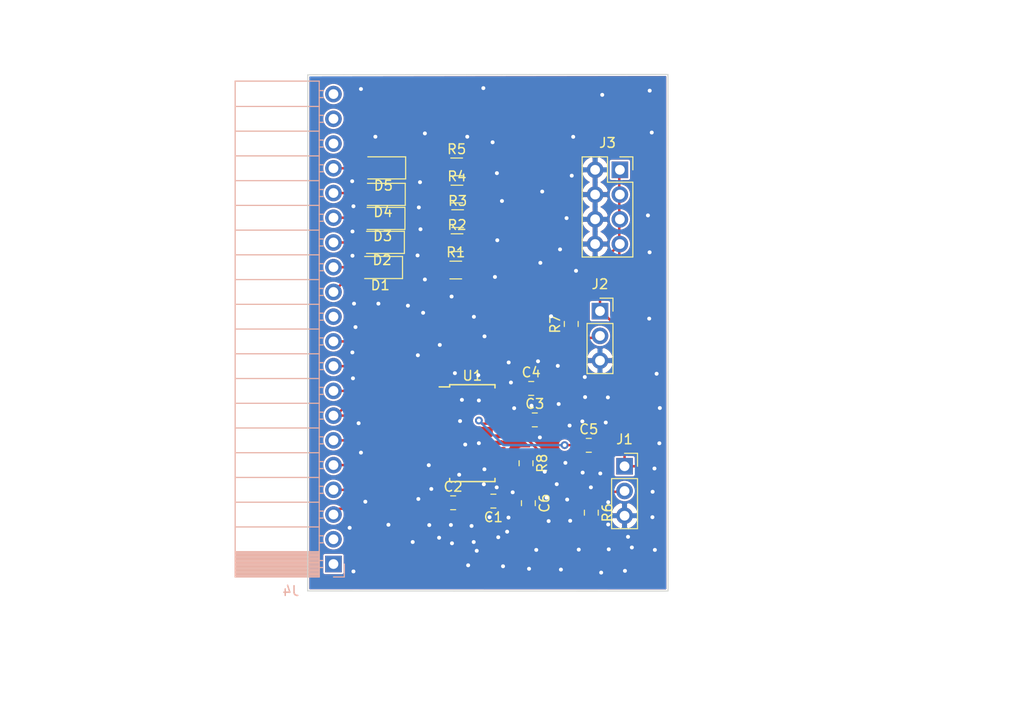
<source format=kicad_pcb>
(kicad_pcb (version 20171130) (host pcbnew 5.1.5+dfsg1-2+b1)
  (layers (0 F.Cu signal) (31 B.Cu signal) (34 B.Paste user) (35 F.Paste user) (36 B.SilkS user) (37 F.SilkS user) (38 B.Mask user) (39 F.Mask user) (44 Edge.Cuts user))
  (net 0 "")
  (net 1 GND)
  (net 2 +3V3)
  (net 3 "Net-(D1-Pad1)")
  (net 4 "Net-(D1-Pad2)")
  (net 5 "Net-(D2-Pad1)")
  (net 6 "Net-(D2-Pad2)")
  (net 7 "Net-(D3-Pad2)")
  (net 8 "Net-(D3-Pad1)")
  (net 9 "Net-(D4-Pad1)")
  (net 10 "Net-(D4-Pad2)")
  (net 11 "Net-(D5-Pad2)")
  (net 12 "Net-(D5-Pad1)")
  (net 13 "Net-(J1-Pad2)")
  (net 14 "Net-(J2-Pad2)")
  (net 15 "Net-(J4-Pad1)")
  (net 16 "Net-(J4-Pad2)")
  (net 17 "Net-(J4-Pad3)")
  (net 18 "Net-(J4-Pad4)")
  (net 19 "Net-(J4-Pad5)")
  (net 20 "Net-(J4-Pad6)")
  (net 21 "Net-(J4-Pad7)")
  (net 22 "Net-(J4-Pad8)")
  (net 23 "Net-(J4-Pad9)")
  (net 24 "Net-(J4-Pad10)")
  (net 25 "Net-(J4-Pad11)")
  (net 26 "Net-(J4-Pad12)")
  (net 27 "Net-(J4-Pad18)")
  (net 28 "Net-(J4-Pad19)")
  (net 29 "Net-(J4-Pad20)")
  (net 30 "Net-(C1-Pad2)")
  (net 31 "Net-(C5-Pad1)")
  (net 32 "Net-(C6-Pad1)")
  (net 33 "Net-(R8-Pad1)")
  (net 34 "Net-(U1-Pad14)")
  (net 35 "Net-(U1-Pad13)")
  (net 36 "Net-(U1-Pad12)")
  (net 37 "Net-(U1-Pad11)")
  (net 38 "Net-(U1-Pad10)")
  (net 39 "Net-(U1-Pad9)")
  (module Package_SO:TSSOP-28_4.4x9.7mm_P0.65mm (layer F.Cu) (at 87.91 62.76)
    (fp_text reference U1 (at 0 -5.9) (layer F.SilkS))
    (fp_text value THS5641)
    (fp_line (start -2.325 -4.75) (end -3.4 -4.75) (layer F.SilkS) (width 0.15))
    (fp_line (start -2.325 4.975) (end 2.325 4.975) (layer F.SilkS) (width 0.15))
    (fp_line (start -2.325 -4.975) (end 2.325 -4.975) (layer F.SilkS) (width 0.15))
    (fp_line (start -2.325 4.975) (end -2.325 4.65) (layer F.SilkS) (width 0.15))
    (fp_line (start 2.325 4.975) (end 2.325 4.65) (layer F.SilkS) (width 0.15))
    (fp_line (start 2.325 -4.975) (end 2.325 -4.65) (layer F.SilkS) (width 0.15))
    (fp_line (start -2.325 -4.975) (end -2.325 -4.75) (layer F.SilkS) (width 0.15))
    (pad 28 smd rect (at 2.85 -4.225) (size 1.1 0.4) (layers F.Cu F.Paste F.Mask) (net 26 "Net-(J4-Pad12)"))
    (pad 27 smd rect (at 2.85 -3.575) (size 1.1 0.4) (layers F.Cu F.Paste F.Mask) (net 2 +3V3))
    (pad 26 smd rect (at 2.85 -2.925) (size 1.1 0.4) (layers F.Cu F.Paste F.Mask) (net 1 GND))
    (pad 25 smd rect (at 2.85 -2.275) (size 1.1 0.4) (layers F.Cu F.Paste F.Mask) (net 1 GND))
    (pad 24 smd rect (at 2.85 -1.625) (size 1.1 0.4) (layers F.Cu F.Paste F.Mask) (net 2 +3V3))
    (pad 23 smd rect (at 2.85 -0.975) (size 1.1 0.4) (layers F.Cu F.Paste F.Mask) (net 31 "Net-(C5-Pad1)"))
    (pad 22 smd rect (at 2.85 -0.325) (size 1.1 0.4) (layers F.Cu F.Paste F.Mask) (net 14 "Net-(J2-Pad2)"))
    (pad 21 smd rect (at 2.85 0.325) (size 1.1 0.4) (layers F.Cu F.Paste F.Mask) (net 13 "Net-(J1-Pad2)"))
    (pad 20 smd rect (at 2.85 0.975) (size 1.1 0.4) (layers F.Cu F.Paste F.Mask) (net 1 GND))
    (pad 19 smd rect (at 2.85 1.625) (size 1.1 0.4) (layers F.Cu F.Paste F.Mask) (net 30 "Net-(C1-Pad2)"))
    (pad 18 smd rect (at 2.85 2.275) (size 1.1 0.4) (layers F.Cu F.Paste F.Mask) (net 33 "Net-(R8-Pad1)"))
    (pad 17 smd rect (at 2.85 2.925) (size 1.1 0.4) (layers F.Cu F.Paste F.Mask) (net 32 "Net-(C6-Pad1)"))
    (pad 16 smd rect (at 2.85 3.575) (size 1.1 0.4) (layers F.Cu F.Paste F.Mask) (net 1 GND))
    (pad 15 smd rect (at 2.85 4.225) (size 1.1 0.4) (layers F.Cu F.Paste F.Mask) (net 1 GND))
    (pad 14 smd rect (at -2.85 4.225) (size 1.1 0.4) (layers F.Cu F.Paste F.Mask) (net 34 "Net-(U1-Pad14)"))
    (pad 13 smd rect (at -2.85 3.575) (size 1.1 0.4) (layers F.Cu F.Paste F.Mask) (net 35 "Net-(U1-Pad13)"))
    (pad 12 smd rect (at -2.85 2.925) (size 1.1 0.4) (layers F.Cu F.Paste F.Mask) (net 36 "Net-(U1-Pad12)"))
    (pad 11 smd rect (at -2.85 2.275) (size 1.1 0.4) (layers F.Cu F.Paste F.Mask) (net 37 "Net-(U1-Pad11)"))
    (pad 10 smd rect (at -2.85 1.625) (size 1.1 0.4) (layers F.Cu F.Paste F.Mask) (net 38 "Net-(U1-Pad10)"))
    (pad 9 smd rect (at -2.85 0.975) (size 1.1 0.4) (layers F.Cu F.Paste F.Mask) (net 39 "Net-(U1-Pad9)"))
    (pad 8 smd rect (at -2.85 0.325) (size 1.1 0.4) (layers F.Cu F.Paste F.Mask) (net 17 "Net-(J4-Pad3)"))
    (pad 7 smd rect (at -2.85 -0.325) (size 1.1 0.4) (layers F.Cu F.Paste F.Mask) (net 18 "Net-(J4-Pad4)"))
    (pad 6 smd rect (at -2.85 -0.975) (size 1.1 0.4) (layers F.Cu F.Paste F.Mask) (net 19 "Net-(J4-Pad5)"))
    (pad 5 smd rect (at -2.85 -1.625) (size 1.1 0.4) (layers F.Cu F.Paste F.Mask) (net 20 "Net-(J4-Pad6)"))
    (pad 4 smd rect (at -2.85 -2.275) (size 1.1 0.4) (layers F.Cu F.Paste F.Mask) (net 21 "Net-(J4-Pad7)"))
    (pad 3 smd rect (at -2.85 -2.925) (size 1.1 0.4) (layers F.Cu F.Paste F.Mask) (net 22 "Net-(J4-Pad8)"))
    (pad 2 smd rect (at -2.85 -3.575) (size 1.1 0.4) (layers F.Cu F.Paste F.Mask) (net 23 "Net-(J4-Pad9)"))
    (pad 1 smd rect (at -2.85 -4.225) (size 1.1 0.4) (layers F.Cu F.Paste F.Mask) (net 24 "Net-(J4-Pad10)"))
  )
  (module Resistor_SMD:R_0805_2012Metric (layer F.Cu) (at 93.42 65.8525 270)
    (fp_text reference R8 (at 0 -1.65 90) (layer F.SilkS))
    (fp_text value 2kOhm)
    (fp_line (start -0.258578 0.71) (end 0.258578 0.71) (layer F.SilkS) (width 0.12))
    (fp_line (start -0.258578 -0.71) (end 0.258578 -0.71) (layer F.SilkS) (width 0.12))
    (pad 2 smd roundrect (at 0.9375 0 270) (size 0.975 1.4) (layers F.Cu F.Paste F.Mask) (net 1 GND))
    (pad 1 smd roundrect (at -0.9375 0 270) (size 0.975 1.4) (layers F.Cu F.Paste F.Mask) (net 33 "Net-(R8-Pad1)"))
  )
  (module Resistor_SMD:R_0805_2012Metric (layer F.Cu) (at 98.06 51.55 90)
    (fp_text reference R7 (at 0 -1.65 90) (layer F.SilkS))
    (fp_text value 50Ohm)
    (fp_line (start -0.258578 0.71) (end 0.258578 0.71) (layer F.SilkS) (width 0.12))
    (fp_line (start -0.258578 -0.71) (end 0.258578 -0.71) (layer F.SilkS) (width 0.12))
    (pad 2 smd roundrect (at 0.9375 0 90) (size 0.975 1.4) (layers F.Cu F.Paste F.Mask) (net 1 GND))
    (pad 1 smd roundrect (at -0.9375 0 90) (size 0.975 1.4) (layers F.Cu F.Paste F.Mask) (net 14 "Net-(J2-Pad2)"))
  )
  (module Resistor_SMD:R_0805_2012Metric (layer F.Cu) (at 100.12 70.93 270)
    (fp_text reference R6 (at 0 -1.65 90) (layer F.SilkS))
    (fp_text value 50Ohm)
    (fp_line (start -0.258578 0.71) (end 0.258578 0.71) (layer F.SilkS) (width 0.12))
    (fp_line (start -0.258578 -0.71) (end 0.258578 -0.71) (layer F.SilkS) (width 0.12))
    (pad 2 smd roundrect (at 0.9375 0 270) (size 0.975 1.4) (layers F.Cu F.Paste F.Mask) (net 1 GND))
    (pad 1 smd roundrect (at -0.9375 0 270) (size 0.975 1.4) (layers F.Cu F.Paste F.Mask) (net 13 "Net-(J1-Pad2)"))
  )
  (module Connector_PinSocket_2.54mm:PinSocket_2x04_P2.54mm_Vertical (layer F.Cu) (at 103.05 35.72)
    (fp_text reference J3 (at -1.27 -2.77) (layer F.SilkS))
    (fp_text value Conn_02x04_Odd_Even)
    (fp_line (start 0 -1.33) (end 1.33 -1.33) (layer F.SilkS) (width 0.12))
    (fp_line (start 1.33 -1.33) (end 1.33 0) (layer F.SilkS) (width 0.12))
    (fp_line (start -1.27 -1.33) (end -1.27 1.27) (layer F.SilkS) (width 0.12))
    (fp_line (start -1.27 1.27) (end 1.33 1.27) (layer F.SilkS) (width 0.12))
    (fp_line (start 1.33 1.27) (end 1.33 8.95) (layer F.SilkS) (width 0.12))
    (fp_line (start -3.87 8.95) (end 1.33 8.95) (layer F.SilkS) (width 0.12))
    (fp_line (start -3.87 -1.33) (end -3.87 8.95) (layer F.SilkS) (width 0.12))
    (fp_line (start -3.87 -1.33) (end -1.27 -1.33) (layer F.SilkS) (width 0.12))
    (pad 8 thru_hole oval (at -2.54 7.62) (size 1.7 1.7) (drill 1) (layers *.Cu *.Mask) (net 1 GND))
    (pad 7 thru_hole oval (at 0 7.62) (size 1.7 1.7) (drill 1) (layers *.Cu *.Mask) (net 2 +3V3))
    (pad 6 thru_hole oval (at -2.54 5.08) (size 1.7 1.7) (drill 1) (layers *.Cu *.Mask) (net 1 GND))
    (pad 5 thru_hole oval (at 0 5.08) (size 1.7 1.7) (drill 1) (layers *.Cu *.Mask) (net 2 +3V3))
    (pad 4 thru_hole oval (at -2.54 2.54) (size 1.7 1.7) (drill 1) (layers *.Cu *.Mask) (net 1 GND))
    (pad 3 thru_hole oval (at 0 2.54) (size 1.7 1.7) (drill 1) (layers *.Cu *.Mask) (net 2 +3V3))
    (pad 2 thru_hole oval (at -2.54 0) (size 1.7 1.7) (drill 1) (layers *.Cu *.Mask) (net 1 GND))
    (pad 1 thru_hole rect (at 0 0) (size 1.7 1.7) (drill 1) (layers *.Cu *.Mask) (net 2 +3V3))
  )
  (module Connector_PinSocket_2.54mm:PinSocket_1x03_P2.54mm_Vertical (layer F.Cu) (at 101.01 50.23)
    (fp_text reference J2 (at 0 -2.77) (layer F.SilkS))
    (fp_text value Conn_01x03_Male)
    (fp_line (start 0 -1.33) (end 1.33 -1.33) (layer F.SilkS) (width 0.12))
    (fp_line (start 1.33 -1.33) (end 1.33 0) (layer F.SilkS) (width 0.12))
    (fp_line (start 1.33 1.27) (end 1.33 6.41) (layer F.SilkS) (width 0.12))
    (fp_line (start -1.33 6.41) (end 1.33 6.41) (layer F.SilkS) (width 0.12))
    (fp_line (start -1.33 1.27) (end -1.33 6.41) (layer F.SilkS) (width 0.12))
    (fp_line (start -1.33 1.27) (end 1.33 1.27) (layer F.SilkS) (width 0.12))
    (pad 3 thru_hole oval (at 0 5.08) (size 1.7 1.7) (drill 1) (layers *.Cu *.Mask) (net 1 GND))
    (pad 2 thru_hole oval (at 0 2.54) (size 1.7 1.7) (drill 1) (layers *.Cu *.Mask) (net 14 "Net-(J2-Pad2)"))
    (pad 1 thru_hole rect (at 0 0) (size 1.7 1.7) (drill 1) (layers *.Cu *.Mask) (net 2 +3V3))
  )
  (module Connector_PinSocket_2.54mm:PinSocket_1x03_P2.54mm_Vertical (layer F.Cu) (at 103.53 66.16)
    (fp_text reference J1 (at 0 -2.77) (layer F.SilkS))
    (fp_text value Conn_01x03_Male)
    (fp_line (start 0 -1.33) (end 1.33 -1.33) (layer F.SilkS) (width 0.12))
    (fp_line (start 1.33 -1.33) (end 1.33 0) (layer F.SilkS) (width 0.12))
    (fp_line (start 1.33 1.27) (end 1.33 6.41) (layer F.SilkS) (width 0.12))
    (fp_line (start -1.33 6.41) (end 1.33 6.41) (layer F.SilkS) (width 0.12))
    (fp_line (start -1.33 1.27) (end -1.33 6.41) (layer F.SilkS) (width 0.12))
    (fp_line (start -1.33 1.27) (end 1.33 1.27) (layer F.SilkS) (width 0.12))
    (pad 3 thru_hole oval (at 0 5.08) (size 1.7 1.7) (drill 1) (layers *.Cu *.Mask) (net 1 GND))
    (pad 2 thru_hole oval (at 0 2.54) (size 1.7 1.7) (drill 1) (layers *.Cu *.Mask) (net 13 "Net-(J1-Pad2)"))
    (pad 1 thru_hole rect (at 0 0) (size 1.7 1.7) (drill 1) (layers *.Cu *.Mask) (net 2 +3V3))
  )
  (module Capacitor_SMD:C_0805_2012Metric (layer F.Cu) (at 93.66 69.95 270)
    (fp_text reference C6 (at 0 -1.65 90) (layer F.SilkS))
    (fp_text value 0.1uF)
    (fp_line (start -0.258578 0.71) (end 0.258578 0.71) (layer F.SilkS) (width 0.12))
    (fp_line (start -0.258578 -0.71) (end 0.258578 -0.71) (layer F.SilkS) (width 0.12))
    (pad 2 smd roundrect (at 0.9375 0 270) (size 0.975 1.4) (layers F.Cu F.Paste F.Mask) (net 1 GND))
    (pad 1 smd roundrect (at -0.9375 0 270) (size 0.975 1.4) (layers F.Cu F.Paste F.Mask) (net 32 "Net-(C6-Pad1)"))
  )
  (module Capacitor_SMD:C_0805_2012Metric (layer F.Cu) (at 99.86 64.01)
    (fp_text reference C5 (at 0 -1.65) (layer F.SilkS))
    (fp_text value 0.1uF)
    (fp_line (start -0.258578 0.71) (end 0.258578 0.71) (layer F.SilkS) (width 0.12))
    (fp_line (start -0.258578 -0.71) (end 0.258578 -0.71) (layer F.SilkS) (width 0.12))
    (pad 2 smd roundrect (at 0.9375 0) (size 0.975 1.4) (layers F.Cu F.Paste F.Mask) (net 1 GND))
    (pad 1 smd roundrect (at -0.9375 0) (size 0.975 1.4) (layers F.Cu F.Paste F.Mask) (net 31 "Net-(C5-Pad1)"))
  )
  (module Capacitor_SMD:C_0805_2012Metric (layer F.Cu) (at 93.95 58.166)
    (fp_text reference C4 (at 0 -1.65) (layer F.SilkS))
    (fp_text value 0.1uF)
    (fp_line (start -0.258578 0.71) (end 0.258578 0.71) (layer F.SilkS) (width 0.12))
    (fp_line (start -0.258578 -0.71) (end 0.258578 -0.71) (layer F.SilkS) (width 0.12))
    (pad 2 smd roundrect (at 0.9375 0) (size 0.975 1.4) (layers F.Cu F.Paste F.Mask) (net 1 GND))
    (pad 1 smd roundrect (at -0.9375 0) (size 0.975 1.4) (layers F.Cu F.Paste F.Mask) (net 2 +3V3))
  )
  (module Capacitor_SMD:C_0805_2012Metric (layer F.Cu) (at 94.32 61.4)
    (fp_text reference C3 (at 0 -1.65) (layer F.SilkS))
    (fp_text value 0.1uF)
    (fp_line (start -0.258578 0.71) (end 0.258578 0.71) (layer F.SilkS) (width 0.12))
    (fp_line (start -0.258578 -0.71) (end 0.258578 -0.71) (layer F.SilkS) (width 0.12))
    (pad 2 smd roundrect (at 0.9375 0) (size 0.975 1.4) (layers F.Cu F.Paste F.Mask) (net 1 GND))
    (pad 1 smd roundrect (at -0.9375 0) (size 0.975 1.4) (layers F.Cu F.Paste F.Mask) (net 2 +3V3))
  )
  (module Capacitor_SMD:C_0805_2012Metric (layer F.Cu) (at 85.94 69.91)
    (fp_text reference C2 (at 0 -1.65) (layer F.SilkS))
    (fp_text value 0.1uF)
    (fp_line (start -0.258578 0.71) (end 0.258578 0.71) (layer F.SilkS) (width 0.12))
    (fp_line (start -0.258578 -0.71) (end 0.258578 -0.71) (layer F.SilkS) (width 0.12))
    (pad 2 smd roundrect (at 0.9375 0) (size 0.975 1.4) (layers F.Cu F.Paste F.Mask) (net 1 GND))
    (pad 1 smd roundrect (at -0.9375 0) (size 0.975 1.4) (layers F.Cu F.Paste F.Mask) (net 2 +3V3))
  )
  (module Capacitor_SMD:C_0805_2012Metric (layer F.Cu) (at 90.07 69.74 180)
    (fp_text reference C1 (at 0 -1.65) (layer F.SilkS))
    (fp_text value 0.1uF)
    (fp_line (start -0.258578 0.71) (end 0.258578 0.71) (layer F.SilkS) (width 0.12))
    (fp_line (start -0.258578 -0.71) (end 0.258578 -0.71) (layer F.SilkS) (width 0.12))
    (pad 2 smd roundrect (at 0.9375 0 180) (size 0.975 1.4) (layers F.Cu F.Paste F.Mask) (net 30 "Net-(C1-Pad2)"))
    (pad 1 smd roundrect (at -0.9375 0 180) (size 0.975 1.4) (layers F.Cu F.Paste F.Mask) (net 2 +3V3))
  )
  (module LED_SMD:LED_1206_3216Metric (layer F.Cu) (at 78.46 45.75 180)
    (fp_text reference D1 (at 0 -1.82) (layer F.SilkS))
    (fp_text value LED)
    (fp_line (start 1.6 -1.135) (end -2.285 -1.135) (layer F.SilkS) (width 0.12))
    (fp_line (start -2.285 -1.135) (end -2.285 1.135) (layer F.SilkS) (width 0.12))
    (fp_line (start -2.285 1.135) (end 1.6 1.135) (layer F.SilkS) (width 0.12))
    (pad 1 smd roundrect (at -1.4 0 180) (size 1.25 1.75) (layers F.Cu F.Paste F.Mask) (roundrect_rratio 0.2) (net 3 "Net-(D1-Pad1)"))
    (pad 2 smd roundrect (at 1.4 0 180) (size 1.25 1.75) (layers F.Cu F.Paste F.Mask) (roundrect_rratio 0.2) (net 4 "Net-(D1-Pad2)"))
  )
  (module LED_SMD:LED_1206_3216Metric (layer F.Cu) (at 78.65 43.17 180)
    (fp_text reference D2 (at 0 -1.82) (layer F.SilkS))
    (fp_text value LED)
    (fp_line (start 1.6 -1.135) (end -2.285 -1.135) (layer F.SilkS) (width 0.12))
    (fp_line (start -2.285 -1.135) (end -2.285 1.135) (layer F.SilkS) (width 0.12))
    (fp_line (start -2.285 1.135) (end 1.6 1.135) (layer F.SilkS) (width 0.12))
    (pad 1 smd roundrect (at -1.4 0 180) (size 1.25 1.75) (layers F.Cu F.Paste F.Mask) (roundrect_rratio 0.2) (net 5 "Net-(D2-Pad1)"))
    (pad 2 smd roundrect (at 1.4 0 180) (size 1.25 1.75) (layers F.Cu F.Paste F.Mask) (roundrect_rratio 0.2) (net 6 "Net-(D2-Pad2)"))
  )
  (module LED_SMD:LED_1206_3216Metric (layer F.Cu) (at 78.71 40.71 180)
    (fp_text reference D3 (at 0 -1.82) (layer F.SilkS))
    (fp_text value LED)
    (fp_line (start -2.285 1.135) (end 1.6 1.135) (layer F.SilkS) (width 0.12))
    (fp_line (start -2.285 -1.135) (end -2.285 1.135) (layer F.SilkS) (width 0.12))
    (fp_line (start 1.6 -1.135) (end -2.285 -1.135) (layer F.SilkS) (width 0.12))
    (pad 2 smd roundrect (at 1.4 0 180) (size 1.25 1.75) (layers F.Cu F.Paste F.Mask) (roundrect_rratio 0.2) (net 7 "Net-(D3-Pad2)"))
    (pad 1 smd roundrect (at -1.4 0 180) (size 1.25 1.75) (layers F.Cu F.Paste F.Mask) (roundrect_rratio 0.2) (net 8 "Net-(D3-Pad1)"))
  )
  (module LED_SMD:LED_1206_3216Metric (layer F.Cu) (at 78.74 38.24 180)
    (fp_text reference D4 (at 0 -1.82) (layer F.SilkS))
    (fp_text value LED)
    (fp_line (start 1.6 -1.135) (end -2.285 -1.135) (layer F.SilkS) (width 0.12))
    (fp_line (start -2.285 -1.135) (end -2.285 1.135) (layer F.SilkS) (width 0.12))
    (fp_line (start -2.285 1.135) (end 1.6 1.135) (layer F.SilkS) (width 0.12))
    (pad 1 smd roundrect (at -1.4 0 180) (size 1.25 1.75) (layers F.Cu F.Paste F.Mask) (roundrect_rratio 0.2) (net 9 "Net-(D4-Pad1)"))
    (pad 2 smd roundrect (at 1.4 0 180) (size 1.25 1.75) (layers F.Cu F.Paste F.Mask) (roundrect_rratio 0.2) (net 10 "Net-(D4-Pad2)"))
  )
  (module LED_SMD:LED_1206_3216Metric (layer F.Cu) (at 78.78 35.52 180)
    (fp_text reference D5 (at 0 -1.82) (layer F.SilkS))
    (fp_text value LED)
    (fp_line (start -2.285 1.135) (end 1.6 1.135) (layer F.SilkS) (width 0.12))
    (fp_line (start -2.285 -1.135) (end -2.285 1.135) (layer F.SilkS) (width 0.12))
    (fp_line (start 1.6 -1.135) (end -2.285 -1.135) (layer F.SilkS) (width 0.12))
    (pad 2 smd roundrect (at 1.4 0 180) (size 1.25 1.75) (layers F.Cu F.Paste F.Mask) (roundrect_rratio 0.2) (net 11 "Net-(D5-Pad2)"))
    (pad 1 smd roundrect (at -1.4 0 180) (size 1.25 1.75) (layers F.Cu F.Paste F.Mask) (roundrect_rratio 0.2) (net 12 "Net-(D5-Pad1)"))
  )
  (module Connector_PinSocket_2.54mm:PinSocket_1x20_P2.54mm_Horizontal (layer B.Cu) (at 73.66 76.2)
    (fp_text reference J4 (at -4.38 2.77) (layer B.SilkS) (effects (justify mirror)))
    (fp_text value Conn_01x20_Female)
    (fp_line (start -10.09 1.21) (end -1.46 1.21) (layer B.SilkS) (width 0.12))
    (fp_line (start -10.09 1.091905) (end -1.46 1.091905) (layer B.SilkS) (width 0.12))
    (fp_line (start -10.09 0.97381) (end -1.46 0.97381) (layer B.SilkS) (width 0.12))
    (fp_line (start -10.09 0.855715) (end -1.46 0.855715) (layer B.SilkS) (width 0.12))
    (fp_line (start -10.09 0.73762) (end -1.46 0.73762) (layer B.SilkS) (width 0.12))
    (fp_line (start -10.09 0.619525) (end -1.46 0.619525) (layer B.SilkS) (width 0.12))
    (fp_line (start -10.09 0.50143) (end -1.46 0.50143) (layer B.SilkS) (width 0.12))
    (fp_line (start -10.09 0.383335) (end -1.46 0.383335) (layer B.SilkS) (width 0.12))
    (fp_line (start -10.09 0.26524) (end -1.46 0.26524) (layer B.SilkS) (width 0.12))
    (fp_line (start -10.09 0.147145) (end -1.46 0.147145) (layer B.SilkS) (width 0.12))
    (fp_line (start -10.09 0.02905) (end -1.46 0.02905) (layer B.SilkS) (width 0.12))
    (fp_line (start -10.09 -0.089045) (end -1.46 -0.089045) (layer B.SilkS) (width 0.12))
    (fp_line (start -10.09 -0.20714) (end -1.46 -0.20714) (layer B.SilkS) (width 0.12))
    (fp_line (start -10.09 -0.325235) (end -1.46 -0.325235) (layer B.SilkS) (width 0.12))
    (fp_line (start -10.09 -0.44333) (end -1.46 -0.44333) (layer B.SilkS) (width 0.12))
    (fp_line (start -10.09 -0.561425) (end -1.46 -0.561425) (layer B.SilkS) (width 0.12))
    (fp_line (start -10.09 -0.67952) (end -1.46 -0.67952) (layer B.SilkS) (width 0.12))
    (fp_line (start -10.09 -0.797615) (end -1.46 -0.797615) (layer B.SilkS) (width 0.12))
    (fp_line (start -10.09 -0.91571) (end -1.46 -0.91571) (layer B.SilkS) (width 0.12))
    (fp_line (start -10.09 -1.033805) (end -1.46 -1.033805) (layer B.SilkS) (width 0.12))
    (fp_line (start -10.09 -1.1519) (end -1.46 -1.1519) (layer B.SilkS) (width 0.12))
    (fp_line (start -1.46 0.36) (end -1.11 0.36) (layer B.SilkS) (width 0.12))
    (fp_line (start -1.46 -0.36) (end -1.11 -0.36) (layer B.SilkS) (width 0.12))
    (fp_line (start -1.46 -2.18) (end -1.05 -2.18) (layer B.SilkS) (width 0.12))
    (fp_line (start -1.46 -2.9) (end -1.05 -2.9) (layer B.SilkS) (width 0.12))
    (fp_line (start -1.46 -4.72) (end -1.05 -4.72) (layer B.SilkS) (width 0.12))
    (fp_line (start -1.46 -5.44) (end -1.05 -5.44) (layer B.SilkS) (width 0.12))
    (fp_line (start -1.46 -7.26) (end -1.05 -7.26) (layer B.SilkS) (width 0.12))
    (fp_line (start -1.46 -7.98) (end -1.05 -7.98) (layer B.SilkS) (width 0.12))
    (fp_line (start -1.46 -9.8) (end -1.05 -9.8) (layer B.SilkS) (width 0.12))
    (fp_line (start -1.46 -10.52) (end -1.05 -10.52) (layer B.SilkS) (width 0.12))
    (fp_line (start -1.46 -12.34) (end -1.05 -12.34) (layer B.SilkS) (width 0.12))
    (fp_line (start -1.46 -13.06) (end -1.05 -13.06) (layer B.SilkS) (width 0.12))
    (fp_line (start -1.46 -14.88) (end -1.05 -14.88) (layer B.SilkS) (width 0.12))
    (fp_line (start -1.46 -15.6) (end -1.05 -15.6) (layer B.SilkS) (width 0.12))
    (fp_line (start -1.46 -17.42) (end -1.05 -17.42) (layer B.SilkS) (width 0.12))
    (fp_line (start -1.46 -18.14) (end -1.05 -18.14) (layer B.SilkS) (width 0.12))
    (fp_line (start -1.46 -19.96) (end -1.05 -19.96) (layer B.SilkS) (width 0.12))
    (fp_line (start -1.46 -20.68) (end -1.05 -20.68) (layer B.SilkS) (width 0.12))
    (fp_line (start -1.46 -22.5) (end -1.05 -22.5) (layer B.SilkS) (width 0.12))
    (fp_line (start -1.46 -23.22) (end -1.05 -23.22) (layer B.SilkS) (width 0.12))
    (fp_line (start -1.46 -25.04) (end -1.05 -25.04) (layer B.SilkS) (width 0.12))
    (fp_line (start -1.46 -25.76) (end -1.05 -25.76) (layer B.SilkS) (width 0.12))
    (fp_line (start -1.46 -27.58) (end -1.05 -27.58) (layer B.SilkS) (width 0.12))
    (fp_line (start -1.46 -28.3) (end -1.05 -28.3) (layer B.SilkS) (width 0.12))
    (fp_line (start -1.46 -30.12) (end -1.05 -30.12) (layer B.SilkS) (width 0.12))
    (fp_line (start -1.46 -30.84) (end -1.05 -30.84) (layer B.SilkS) (width 0.12))
    (fp_line (start -1.46 -32.66) (end -1.05 -32.66) (layer B.SilkS) (width 0.12))
    (fp_line (start -1.46 -33.38) (end -1.05 -33.38) (layer B.SilkS) (width 0.12))
    (fp_line (start -1.46 -35.2) (end -1.05 -35.2) (layer B.SilkS) (width 0.12))
    (fp_line (start -1.46 -35.92) (end -1.05 -35.92) (layer B.SilkS) (width 0.12))
    (fp_line (start -1.46 -37.74) (end -1.05 -37.74) (layer B.SilkS) (width 0.12))
    (fp_line (start -1.46 -38.46) (end -1.05 -38.46) (layer B.SilkS) (width 0.12))
    (fp_line (start -1.46 -40.28) (end -1.05 -40.28) (layer B.SilkS) (width 0.12))
    (fp_line (start -1.46 -41) (end -1.05 -41) (layer B.SilkS) (width 0.12))
    (fp_line (start -1.46 -42.82) (end -1.05 -42.82) (layer B.SilkS) (width 0.12))
    (fp_line (start -1.46 -43.54) (end -1.05 -43.54) (layer B.SilkS) (width 0.12))
    (fp_line (start -1.46 -45.36) (end -1.05 -45.36) (layer B.SilkS) (width 0.12))
    (fp_line (start -1.46 -46.08) (end -1.05 -46.08) (layer B.SilkS) (width 0.12))
    (fp_line (start -1.46 -47.9) (end -1.05 -47.9) (layer B.SilkS) (width 0.12))
    (fp_line (start -1.46 -48.62) (end -1.05 -48.62) (layer B.SilkS) (width 0.12))
    (fp_line (start -10.09 -1.27) (end -1.46 -1.27) (layer B.SilkS) (width 0.12))
    (fp_line (start -10.09 -3.81) (end -1.46 -3.81) (layer B.SilkS) (width 0.12))
    (fp_line (start -10.09 -6.35) (end -1.46 -6.35) (layer B.SilkS) (width 0.12))
    (fp_line (start -10.09 -8.89) (end -1.46 -8.89) (layer B.SilkS) (width 0.12))
    (fp_line (start -10.09 -11.43) (end -1.46 -11.43) (layer B.SilkS) (width 0.12))
    (fp_line (start -10.09 -13.97) (end -1.46 -13.97) (layer B.SilkS) (width 0.12))
    (fp_line (start -10.09 -16.51) (end -1.46 -16.51) (layer B.SilkS) (width 0.12))
    (fp_line (start -10.09 -19.05) (end -1.46 -19.05) (layer B.SilkS) (width 0.12))
    (fp_line (start -10.09 -21.59) (end -1.46 -21.59) (layer B.SilkS) (width 0.12))
    (fp_line (start -10.09 -24.13) (end -1.46 -24.13) (layer B.SilkS) (width 0.12))
    (fp_line (start -10.09 -26.67) (end -1.46 -26.67) (layer B.SilkS) (width 0.12))
    (fp_line (start -10.09 -29.21) (end -1.46 -29.21) (layer B.SilkS) (width 0.12))
    (fp_line (start -10.09 -31.75) (end -1.46 -31.75) (layer B.SilkS) (width 0.12))
    (fp_line (start -10.09 -34.29) (end -1.46 -34.29) (layer B.SilkS) (width 0.12))
    (fp_line (start -10.09 -36.83) (end -1.46 -36.83) (layer B.SilkS) (width 0.12))
    (fp_line (start -10.09 -39.37) (end -1.46 -39.37) (layer B.SilkS) (width 0.12))
    (fp_line (start -10.09 -41.91) (end -1.46 -41.91) (layer B.SilkS) (width 0.12))
    (fp_line (start -10.09 -44.45) (end -1.46 -44.45) (layer B.SilkS) (width 0.12))
    (fp_line (start -10.09 -46.99) (end -1.46 -46.99) (layer B.SilkS) (width 0.12))
    (fp_line (start -10.09 1.33) (end -1.46 1.33) (layer B.SilkS) (width 0.12))
    (fp_line (start -1.46 1.33) (end -1.46 -49.59) (layer B.SilkS) (width 0.12))
    (fp_line (start -10.09 -49.59) (end -1.46 -49.59) (layer B.SilkS) (width 0.12))
    (fp_line (start -10.09 1.33) (end -10.09 -49.59) (layer B.SilkS) (width 0.12))
    (fp_line (start 1.11 1.33) (end 1.11 0) (layer B.SilkS) (width 0.12))
    (fp_line (start 0 1.33) (end 1.11 1.33) (layer B.SilkS) (width 0.12))
    (pad 1 thru_hole rect (at 0 0) (size 1.7 1.7) (drill 1) (layers *.Cu *.Mask) (net 15 "Net-(J4-Pad1)"))
    (pad 2 thru_hole oval (at 0 -2.54) (size 1.7 1.7) (drill 1) (layers *.Cu *.Mask) (net 16 "Net-(J4-Pad2)"))
    (pad 3 thru_hole oval (at 0 -5.08) (size 1.7 1.7) (drill 1) (layers *.Cu *.Mask) (net 17 "Net-(J4-Pad3)"))
    (pad 4 thru_hole oval (at 0 -7.62) (size 1.7 1.7) (drill 1) (layers *.Cu *.Mask) (net 18 "Net-(J4-Pad4)"))
    (pad 5 thru_hole oval (at 0 -10.16) (size 1.7 1.7) (drill 1) (layers *.Cu *.Mask) (net 19 "Net-(J4-Pad5)"))
    (pad 6 thru_hole oval (at 0 -12.7) (size 1.7 1.7) (drill 1) (layers *.Cu *.Mask) (net 20 "Net-(J4-Pad6)"))
    (pad 7 thru_hole oval (at 0 -15.24) (size 1.7 1.7) (drill 1) (layers *.Cu *.Mask) (net 21 "Net-(J4-Pad7)"))
    (pad 8 thru_hole oval (at 0 -17.78) (size 1.7 1.7) (drill 1) (layers *.Cu *.Mask) (net 22 "Net-(J4-Pad8)"))
    (pad 9 thru_hole oval (at 0 -20.32) (size 1.7 1.7) (drill 1) (layers *.Cu *.Mask) (net 23 "Net-(J4-Pad9)"))
    (pad 10 thru_hole oval (at 0 -22.86) (size 1.7 1.7) (drill 1) (layers *.Cu *.Mask) (net 24 "Net-(J4-Pad10)"))
    (pad 11 thru_hole oval (at 0 -25.4) (size 1.7 1.7) (drill 1) (layers *.Cu *.Mask) (net 25 "Net-(J4-Pad11)"))
    (pad 12 thru_hole oval (at 0 -27.94) (size 1.7 1.7) (drill 1) (layers *.Cu *.Mask) (net 26 "Net-(J4-Pad12)"))
    (pad 13 thru_hole oval (at 0 -30.48) (size 1.7 1.7) (drill 1) (layers *.Cu *.Mask) (net 4 "Net-(D1-Pad2)"))
    (pad 14 thru_hole oval (at 0 -33.02) (size 1.7 1.7) (drill 1) (layers *.Cu *.Mask) (net 6 "Net-(D2-Pad2)"))
    (pad 15 thru_hole oval (at 0 -35.56) (size 1.7 1.7) (drill 1) (layers *.Cu *.Mask) (net 7 "Net-(D3-Pad2)"))
    (pad 16 thru_hole oval (at 0 -38.1) (size 1.7 1.7) (drill 1) (layers *.Cu *.Mask) (net 10 "Net-(D4-Pad2)"))
    (pad 17 thru_hole oval (at 0 -40.64) (size 1.7 1.7) (drill 1) (layers *.Cu *.Mask) (net 11 "Net-(D5-Pad2)"))
    (pad 18 thru_hole oval (at 0 -43.18) (size 1.7 1.7) (drill 1) (layers *.Cu *.Mask) (net 27 "Net-(J4-Pad18)"))
    (pad 19 thru_hole oval (at 0 -45.72) (size 1.7 1.7) (drill 1) (layers *.Cu *.Mask) (net 28 "Net-(J4-Pad19)"))
    (pad 20 thru_hole oval (at 0 -48.26) (size 1.7 1.7) (drill 1) (layers *.Cu *.Mask) (net 29 "Net-(J4-Pad20)"))
  )
  (module Resistor_SMD:R_1206_3216Metric (layer F.Cu) (at 86.21 46.01)
    (fp_text reference R1 (at 0 -1.82) (layer F.SilkS))
    (fp_text value "10 kOhm")
    (fp_line (start -0.602064 -0.91) (end 0.602064 -0.91) (layer F.SilkS) (width 0.12))
    (fp_line (start -0.602064 0.91) (end 0.602064 0.91) (layer F.SilkS) (width 0.12))
    (pad 1 smd roundrect (at -1.4 0) (size 1.25 1.75) (layers F.Cu F.Paste F.Mask) (roundrect_rratio 0.2) (net 3 "Net-(D1-Pad1)"))
    (pad 2 smd roundrect (at 1.4 0) (size 1.25 1.75) (layers F.Cu F.Paste F.Mask) (roundrect_rratio 0.2) (net 1 GND))
  )
  (module Resistor_SMD:R_1206_3216Metric (layer F.Cu) (at 86.34 43.2)
    (fp_text reference R2 (at 0 -1.82) (layer F.SilkS))
    (fp_text value "10 kOhm")
    (fp_line (start -0.602064 0.91) (end 0.602064 0.91) (layer F.SilkS) (width 0.12))
    (fp_line (start -0.602064 -0.91) (end 0.602064 -0.91) (layer F.SilkS) (width 0.12))
    (pad 2 smd roundrect (at 1.4 0) (size 1.25 1.75) (layers F.Cu F.Paste F.Mask) (roundrect_rratio 0.2) (net 1 GND))
    (pad 1 smd roundrect (at -1.4 0) (size 1.25 1.75) (layers F.Cu F.Paste F.Mask) (roundrect_rratio 0.2) (net 5 "Net-(D2-Pad1)"))
  )
  (module Resistor_SMD:R_1206_3216Metric (layer F.Cu) (at 86.4 40.73)
    (fp_text reference R3 (at 0 -1.82) (layer F.SilkS))
    (fp_text value "10 kOhm")
    (fp_line (start -0.602064 -0.91) (end 0.602064 -0.91) (layer F.SilkS) (width 0.12))
    (fp_line (start -0.602064 0.91) (end 0.602064 0.91) (layer F.SilkS) (width 0.12))
    (pad 1 smd roundrect (at -1.4 0) (size 1.25 1.75) (layers F.Cu F.Paste F.Mask) (roundrect_rratio 0.2) (net 8 "Net-(D3-Pad1)"))
    (pad 2 smd roundrect (at 1.4 0) (size 1.25 1.75) (layers F.Cu F.Paste F.Mask) (roundrect_rratio 0.2) (net 1 GND))
  )
  (module Resistor_SMD:R_1206_3216Metric (layer F.Cu) (at 86.33 38.21)
    (fp_text reference R4 (at 0 -1.82) (layer F.SilkS))
    (fp_text value "10 kOhm")
    (fp_line (start -0.602064 0.91) (end 0.602064 0.91) (layer F.SilkS) (width 0.12))
    (fp_line (start -0.602064 -0.91) (end 0.602064 -0.91) (layer F.SilkS) (width 0.12))
    (pad 2 smd roundrect (at 1.4 0) (size 1.25 1.75) (layers F.Cu F.Paste F.Mask) (roundrect_rratio 0.2) (net 1 GND))
    (pad 1 smd roundrect (at -1.4 0) (size 1.25 1.75) (layers F.Cu F.Paste F.Mask) (roundrect_rratio 0.2) (net 9 "Net-(D4-Pad1)"))
  )
  (module Resistor_SMD:R_1206_3216Metric (layer F.Cu) (at 86.3 35.42)
    (fp_text reference R5 (at 0 -1.82) (layer F.SilkS))
    (fp_text value "10 kOhm")
    (fp_line (start -0.602064 -0.91) (end 0.602064 -0.91) (layer F.SilkS) (width 0.12))
    (fp_line (start -0.602064 0.91) (end 0.602064 0.91) (layer F.SilkS) (width 0.12))
    (pad 1 smd roundrect (at -1.4 0) (size 1.25 1.75) (layers F.Cu F.Paste F.Mask) (roundrect_rratio 0.2) (net 12 "Net-(D5-Pad1)"))
    (pad 2 smd roundrect (at 1.4 0) (size 1.25 1.75) (layers F.Cu F.Paste F.Mask) (roundrect_rratio 0.2) (net 1 GND))
  )
  (gr_line (start 107.98 25.92) (end 71.02 25.96) (layer Edge.Cuts) (width 0.1))
  (gr_line (start 107.99 78.97) (end 107.98 25.92) (layer Edge.Cuts) (width 0.1))
  (gr_line (start 71.01 78.96) (end 107.99 78.97) (layer Edge.Cuts) (width 0.1))
  (gr_line (start 71.02 25.96) (end 71.01 78.96) (layer Edge.Cuts) (width 0.1))
  (via (at 106.6 66.39) (size 0.8) (drill 0.4) (layers F.Cu B.Cu) (net 1))
  (via (at 107.1 63.8) (size 0.8) (drill 0.4) (layers F.Cu B.Cu) (net 1))
  (via (at 107.15 60.18) (size 0.8) (drill 0.4) (layers F.Cu B.Cu) (net 1))
  (via (at 106.82 56.66) (size 0.8) (drill 0.4) (layers F.Cu B.Cu) (net 1))
  (via (at 88.07 50.81) (size 0.8) (drill 0.4) (layers F.Cu B.Cu) (net 1))
  (via (at 85.78 48.73) (size 0.8) (drill 0.4) (layers F.Cu B.Cu) (net 1))
  (via (at 75.77 49.46) (size 0.8) (drill 0.4) (layers F.Cu B.Cu) (net 1))
  (via (at 78.27 49.46) (size 0.8) (drill 0.4) (layers F.Cu B.Cu) (net 1))
  (via (at 81.3 49.67) (size 0.8) (drill 0.4) (layers F.Cu B.Cu) (net 1))
  (via (at 82.86 50.4) (size 0.8) (drill 0.4) (layers F.Cu B.Cu) (net 1))
  (via (at 75.32 72.48) (size 0.8) (drill 0.4) (layers F.Cu B.Cu) (net 1))
  (via (at 75.92 51.87) (size 0.8) (drill 0.4) (layers F.Cu B.Cu) (net 1))
  (via (at 90.23 46.72) (size 0.8) (drill 0.4) (layers F.Cu B.Cu) (net 1))
  (via (at 90.47 42.95) (size 0.8) (drill 0.4) (layers F.Cu B.Cu) (net 1))
  (via (at 90.95 38.92) (size 0.8) (drill 0.4) (layers F.Cu B.Cu) (net 1))
  (via (at 90.43 36.06) (size 0.8) (drill 0.4) (layers F.Cu B.Cu) (net 1))
  (via (at 89.99 32.89) (size 0.8) (drill 0.4) (layers F.Cu B.Cu) (net 1))
  (via (at 77.96 32.32) (size 0.8) (drill 0.4) (layers F.Cu B.Cu) (net 1))
  (via (at 83.04 31.98) (size 0.8) (drill 0.4) (layers F.Cu B.Cu) (net 1))
  (via (at 87.39 32.32) (size 0.8) (drill 0.4) (layers F.Cu B.Cu) (net 1))
  (via (at 76.48 27.42) (size 0.8) (drill 0.4) (layers F.Cu B.Cu) (net 1))
  (via (at 89.04 27.33) (size 0.8) (drill 0.4) (layers F.Cu B.Cu) (net 1))
  (via (at 101.24 28.02) (size 0.8) (drill 0.4) (layers F.Cu B.Cu) (net 1))
  (via (at 106.11 27.59) (size 0.8) (drill 0.4) (layers F.Cu B.Cu) (net 1))
  (via (at 106.32 31.89) (size 0.8) (drill 0.4) (layers F.Cu B.Cu) (net 1))
  (via (at 105.93 40.4) (size 0.8) (drill 0.4) (layers F.Cu B.Cu) (net 1))
  (via (at 106.06 51) (size 0.8) (drill 0.4) (layers F.Cu B.Cu) (net 1))
  (via (at 98.11 36.32) (size 0.8) (drill 0.4) (layers F.Cu B.Cu) (net 1))
  (via (at 98.55 46.09) (size 0.8) (drill 0.4) (layers F.Cu B.Cu) (net 1))
  (via (at 95.99 50.76) (size 0.8) (drill 0.4) (layers F.Cu B.Cu) (net 1))
  (via (at 75.71 76.96) (size 0.8) (drill 0.4) (layers F.Cu B.Cu) (net 1))
  (via (at 106.41 68.78) (size 0.8) (drill 0.4) (layers F.Cu B.Cu) (net 1))
  (via (at 76.24 61.74) (size 0.8) (drill 0.4) (layers F.Cu B.Cu) (net 1))
  (via (at 76.48 64.76) (size 0.8) (drill 0.4) (layers F.Cu B.Cu) (net 1))
  (via (at 75.6 54.47) (size 0.8) (drill 0.4) (layers F.Cu B.Cu) (net 1))
  (via (at 75.66 57.13) (size 0.8) (drill 0.4) (layers F.Cu B.Cu) (net 1))
  (via (at 76.93 69.8) (size 0.8) (drill 0.4) (layers F.Cu B.Cu) (net 1))
  (via (at 75.58 36.89) (size 0.8) (drill 0.4) (layers F.Cu B.Cu) (net 1))
  (via (at 82.54 36.99) (size 0.8) (drill 0.4) (layers F.Cu B.Cu) (net 1))
  (via (at 82.42 39.58) (size 0.8) (drill 0.4) (layers F.Cu B.Cu) (net 1))
  (via (at 82.59 41.82) (size 0.8) (drill 0.4) (layers F.Cu B.Cu) (net 1))
  (via (at 82.29 44.51) (size 0.8) (drill 0.4) (layers F.Cu B.Cu) (net 1))
  (via (at 75.61 42.05) (size 0.8) (drill 0.4) (layers F.Cu B.Cu) (net 1))
  (via (at 75.71 39.46) (size 0.8) (drill 0.4) (layers F.Cu B.Cu) (net 1))
  (via (at 75.61 44.54) (size 0.8) (drill 0.4) (layers F.Cu B.Cu) (net 1))
  (via (at 83.04 46.98) (size 0.8) (drill 0.4) (layers F.Cu B.Cu) (net 1))
  (via (at 89.15 66.47) (size 0.8) (drill 0.4) (layers F.Cu B.Cu) (net 1))
  (via (at 89.09 68.01) (size 0.8) (drill 0.4) (layers F.Cu B.Cu) (net 1))
  (via (at 90.41 68.33) (size 0.8) (drill 0.4) (layers F.Cu B.Cu) (net 1))
  (via (at 92.05 68.834) (size 0.8) (drill 0.4) (layers F.Cu B.Cu) (net 1))
  (via (at 91.62 71.43) (size 0.8) (drill 0.4) (layers F.Cu B.Cu) (net 1))
  (via (at 89.67 71.39) (size 0.8) (drill 0.4) (layers F.Cu B.Cu) (net 1))
  (via (at 85.71 72.19) (size 0.8) (drill 0.4) (layers F.Cu B.Cu) (net 1))
  (via (at 83.49 72.2) (size 0.8) (drill 0.4) (layers F.Cu B.Cu) (net 1))
  (via (at 82.37 69.52) (size 0.8) (drill 0.4) (layers F.Cu B.Cu) (net 1))
  (via (at 87.18 63.93) (size 0.8) (drill 0.4) (layers F.Cu B.Cu) (net 1))
  (via (at 86.84 59.34) (size 0.8) (drill 0.4) (layers F.Cu B.Cu) (net 1))
  (via (at 88.58 59.4) (size 0.8) (drill 0.4) (layers F.Cu B.Cu) (net 1))
  (via (at 86.12 56.6) (size 0.8) (drill 0.4) (layers F.Cu B.Cu) (net 1))
  (via (at 88.52 56.81) (size 0.8) (drill 0.4) (layers F.Cu B.Cu) (net 1))
  (via (at 82.32 54.76) (size 0.8) (drill 0.4) (layers F.Cu B.Cu) (net 1))
  (via (at 86.56 67.03) (size 0.8) (drill 0.4) (layers F.Cu B.Cu) (net 1))
  (via (at 87.83 72.29) (size 0.8) (drill 0.4) (layers F.Cu B.Cu) (net 1))
  (via (at 79.3 72.17) (size 0.8) (drill 0.4) (layers F.Cu B.Cu) (net 1))
  (via (at 81.79 73.94) (size 0.8) (drill 0.4) (layers F.Cu B.Cu) (net 1))
  (via (at 95.34 66.72) (size 0.8) (drill 0.4) (layers F.Cu B.Cu) (net 1))
  (via (at 95.53 69.39) (size 0.8) (drill 0.4) (layers F.Cu B.Cu) (net 1))
  (via (at 97.64 69.58) (size 0.8) (drill 0.4) (layers F.Cu B.Cu) (net 1))
  (via (at 95.74 71.79) (size 0.8) (drill 0.4) (layers F.Cu B.Cu) (net 1))
  (via (at 97.95 71.76) (size 0.8) (drill 0.4) (layers F.Cu B.Cu) (net 1))
  (via (at 99.23 66.81) (size 0.8) (drill 0.4) (layers F.Cu B.Cu) (net 1))
  (via (at 101.04 66.9) (size 0.8) (drill 0.4) (layers F.Cu B.Cu) (net 1))
  (via (at 101.91 74.69) (size 0.8) (drill 0.4) (layers F.Cu B.Cu) (net 1))
  (via (at 94.47 74.75) (size 0.8) (drill 0.4) (layers F.Cu B.Cu) (net 1))
  (via (at 88.36 74.84) (size 0.8) (drill 0.4) (layers F.Cu B.Cu) (net 1))
  (via (at 98.83 74.72) (size 0.8) (drill 0.4) (layers F.Cu B.Cu) (net 1))
  (via (at 106.64 74.75) (size 0.8) (drill 0.4) (layers F.Cu B.Cu) (net 1))
  (via (at 106.39 71.39) (size 0.8) (drill 0.4) (layers F.Cu B.Cu) (net 1))
  (via (at 104.28 74.5) (size 0.8) (drill 0.4) (layers F.Cu B.Cu) (net 1))
  (via (at 99.2 61.55) (size 0.8) (drill 0.4) (layers F.Cu B.Cu) (net 1))
  (via (at 101.6 61.67) (size 0.8) (drill 0.4) (layers F.Cu B.Cu) (net 1))
  (via (at 99.48 59.06) (size 0.8) (drill 0.4) (layers F.Cu B.Cu) (net 1))
  (via (at 101.82 59.09) (size 0.8) (drill 0.4) (layers F.Cu B.Cu) (net 1))
  (via (at 99.45 57) (size 0.8) (drill 0.4) (layers F.Cu B.Cu) (net 1))
  (via (at 94.65 55.38) (size 0.8) (drill 0.4) (layers F.Cu B.Cu) (net 1))
  (via (at 96.68 55.85) (size 0.8) (drill 0.4) (layers F.Cu B.Cu) (net 1))
  (via (at 96.77 59.77) (size 0.8) (drill 0.4) (layers F.Cu B.Cu) (net 1))
  (via (at 97.46 65.81) (size 0.8) (drill 0.4) (layers F.Cu B.Cu) (net 1))
  (via (at 94.84 63.2) (size 0.8) (drill 0.4) (layers F.Cu B.Cu) (net 1))
  (via (at 97.89 61.98) (size 0.8) (drill 0.4) (layers F.Cu B.Cu) (net 1))
  (via (at 88.58 63.79) (size 0.8) (drill 0.4) (layers F.Cu B.Cu) (net 1))
  (via (at 86.65 61.52) (size 0.8) (drill 0.4) (layers F.Cu B.Cu) (net 1))
  (via (at 91.64 55.5) (size 0.8) (drill 0.4) (layers F.Cu B.Cu) (net 1))
  (via (at 91.87 57.56) (size 0.8) (drill 0.4) (layers F.Cu B.Cu) (net 1))
  (via (at 93.98 59.944) (size 0.8) (drill 0.4) (layers F.Cu B.Cu) (net 1))
  (via (at 96.57 68) (size 0.8) (drill 0.4) (layers F.Cu B.Cu) (net 1))
  (via (at 83.44 66.05) (size 0.8) (drill 0.4) (layers F.Cu B.Cu) (net 1))
  (via (at 83.7 68.49) (size 0.8) (drill 0.4) (layers F.Cu B.Cu) (net 1))
  (via (at 106.1 44.19) (size 0.8) (drill 0.4) (layers F.Cu B.Cu) (net 1))
  (via (at 97.58 40.68) (size 0.8) (drill 0.4) (layers F.Cu B.Cu) (net 1))
  (via (at 96.91 43.89) (size 0.8) (drill 0.4) (layers F.Cu B.Cu) (net 1))
  (via (at 94.89 45.27) (size 0.8) (drill 0.4) (layers F.Cu B.Cu) (net 1))
  (via (at 95.08 37.95) (size 0.8) (drill 0.4) (layers F.Cu B.Cu) (net 1))
  (via (at 98.26 32.33) (size 0.8) (drill 0.4) (layers F.Cu B.Cu) (net 1))
  (via (at 89.16 52.82) (size 0.8) (drill 0.4) (layers F.Cu B.Cu) (net 1))
  (via (at 84.57 53.7) (size 0.8) (drill 0.4) (layers F.Cu B.Cu) (net 1))
  (via (at 91.48 72.88) (size 0.8) (drill 0.4) (layers F.Cu B.Cu) (net 1))
  (via (at 85.82 74.07) (size 0.8) (drill 0.4) (layers F.Cu B.Cu) (net 1))
  (via (at 84.5 73.5) (size 0.8) (drill 0.4) (layers F.Cu B.Cu) (net 1))
  (via (at 88.05 73.94) (size 0.8) (drill 0.4) (layers F.Cu B.Cu) (net 1))
  (via (at 90.57 73.45) (size 0.8) (drill 0.4) (layers F.Cu B.Cu) (net 1))
  (via (at 91.06 76.43) (size 0.8) (drill 0.4) (layers F.Cu B.Cu) (net 1))
  (via (at 93.73 76.69) (size 0.8) (drill 0.4) (layers F.Cu B.Cu) (net 1))
  (via (at 97 76.77) (size 0.8) (drill 0.4) (layers F.Cu B.Cu) (net 1))
  (via (at 101.13 77.08) (size 0.8) (drill 0.4) (layers F.Cu B.Cu) (net 1))
  (via (at 103.57 76.9) (size 0.8) (drill 0.4) (layers F.Cu B.Cu) (net 1))
  (via (at 87.48 76.33) (size 0.8) (drill 0.4) (layers F.Cu B.Cu) (net 1))
  (via (at 101.854 69.85) (size 0.8) (drill 0.4) (layers F.Cu B.Cu) (net 1))
  (via (at 101.854 72.136) (size 0.8) (drill 0.4) (layers F.Cu B.Cu) (net 1))
  (via (at 103.886 73.406) (size 0.8) (drill 0.4) (layers F.Cu B.Cu) (net 1))
  (via (at 100.076 68.326) (size 0.8) (drill 0.4) (layers F.Cu B.Cu) (net 1))
  (via (at 92.202 60.198) (size 0.8) (drill 0.4) (layers F.Cu B.Cu) (net 1))
  (segment (start 90.76 59.185) (end 92.535 59.185) (width 0.25) (layer F.Cu) (net 2))
  (segment (start 90.76 61.135) (end 92.905 61.135) (width 0.25) (layer F.Cu) (net 2))
  (segment (start 92.905 61.135) (end 93.24 61.47) (width 0.25) (layer F.Cu) (net 2))
  (segment (start 101.01 49.13) (end 102.99 47.15) (width 0.25) (layer F.Cu) (net 2))
  (segment (start 101.01 50.23) (end 101.01 49.13) (width 0.25) (layer F.Cu) (net 2))
  (segment (start 102.99 47.15) (end 102.99 35.84) (width 0.25) (layer F.Cu) (net 2))
  (segment (start 103.53 66.16) (end 103.53 52.62) (width 0.25) (layer F.Cu) (net 2))
  (segment (start 103.53 52.62) (end 101.01 50.1) (width 0.25) (layer F.Cu) (net 2))
  (segment (start 95.641999 50.034999) (end 93.02 52.656998) (width 0.25) (layer F.Cu) (net 2))
  (segment (start 103.05 43.34) (end 96.355001 50.034999) (width 0.25) (layer F.Cu) (net 2))
  (segment (start 96.355001 50.034999) (end 95.641999 50.034999) (width 0.25) (layer F.Cu) (net 2))
  (segment (start 93.02 52.656998) (end 93.02 58.95) (width 0.25) (layer F.Cu) (net 2))
  (segment (start 93.02 58.95) (end 93.02 60.98) (width 0.25) (layer F.Cu) (net 2))
  (segment (start 93.02 60.98) (end 93.31 61.27) (width 0.25) (layer F.Cu) (net 2))
  (segment (start 85.455001 73.015001) (end 84.91 72.47) (width 0.25) (layer F.Cu) (net 2))
  (segment (start 89.118001 73.015001) (end 85.455001 73.015001) (width 0.25) (layer F.Cu) (net 2))
  (segment (start 91.0075 69.74) (end 90.521973 70.225527) (width 0.25) (layer F.Cu) (net 2))
  (segment (start 90.521973 71.611029) (end 89.118001 73.015001) (width 0.25) (layer F.Cu) (net 2))
  (segment (start 90.521973 70.225527) (end 90.521973 71.611029) (width 0.25) (layer F.Cu) (net 2))
  (segment (start 84.91 72.47) (end 84.91 70.02) (width 0.25) (layer F.Cu) (net 2))
  (segment (start 90.221999 74.175001) (end 89.118001 73.071003) (width 0.25) (layer F.Cu) (net 2))
  (segment (start 92.288003 74.175001) (end 90.221999 74.175001) (width 0.25) (layer F.Cu) (net 2))
  (segment (start 94.158001 76.044999) (end 92.288003 74.175001) (width 0.25) (layer F.Cu) (net 2))
  (segment (start 104.765001 76.044999) (end 94.158001 76.044999) (width 0.25) (layer F.Cu) (net 2))
  (segment (start 105.005001 75.804999) (end 104.765001 76.044999) (width 0.25) (layer F.Cu) (net 2))
  (segment (start 105.005001 66.535001) (end 105.005001 75.804999) (width 0.25) (layer F.Cu) (net 2))
  (segment (start 89.118001 73.071003) (end 89.118001 73.015001) (width 0.25) (layer F.Cu) (net 2))
  (segment (start 104.63 66.16) (end 105.005001 66.535001) (width 0.25) (layer F.Cu) (net 2))
  (segment (start 103.53 66.16) (end 104.63 66.16) (width 0.25) (layer F.Cu) (net 2))
  (segment (start 92.535 59.185) (end 92.535 58.849) (width 0.25) (layer F.Cu) (net 2))
  (segment (start 92.535 58.849) (end 92.964 58.42) (width 0.25) (layer F.Cu) (net 2))
  (segment (start 80.585 45.75) (end 80.625 45.79) (width 0.25) (layer F.Cu) (net 3))
  (segment (start 79.86 45.75) (end 80.585 45.75) (width 0.25) (layer F.Cu) (net 3))
  (segment (start 80.625 45.79) (end 84.65 45.79) (width 0.25) (layer F.Cu) (net 3))
  (segment (start 73.66 45.72) (end 76.88 45.72) (width 0.25) (layer F.Cu) (net 4))
  (segment (start 76.88 45.72) (end 77.01 45.59) (width 0.25) (layer F.Cu) (net 4))
  (segment (start 80.05 43.17) (end 84.76 43.17) (width 0.25) (layer F.Cu) (net 5))
  (segment (start 84.76 43.17) (end 84.88 43.05) (width 0.25) (layer F.Cu) (net 5))
  (segment (start 74.862081 43.18) (end 75.012081 43.33) (width 0.25) (layer F.Cu) (net 6))
  (segment (start 73.66 43.18) (end 74.862081 43.18) (width 0.25) (layer F.Cu) (net 6))
  (segment (start 75.012081 43.33) (end 77.29 43.33) (width 0.25) (layer F.Cu) (net 6))
  (segment (start 73.66 40.64) (end 77.11 40.64) (width 0.25) (layer F.Cu) (net 7))
  (segment (start 77.11 40.64) (end 77.14 40.61) (width 0.25) (layer F.Cu) (net 7))
  (segment (start 80.835 40.71) (end 80.865 40.74) (width 0.25) (layer F.Cu) (net 8))
  (segment (start 80.11 40.71) (end 80.835 40.71) (width 0.25) (layer F.Cu) (net 8))
  (segment (start 80.865 40.74) (end 84.86 40.74) (width 0.25) (layer F.Cu) (net 8))
  (segment (start 80.14 38.24) (end 84.75 38.24) (width 0.25) (layer F.Cu) (net 9))
  (segment (start 84.75 38.24) (end 84.91 38.4) (width 0.25) (layer F.Cu) (net 9))
  (segment (start 74.862081 38.1) (end 74.962081 38.2) (width 0.25) (layer F.Cu) (net 10))
  (segment (start 73.66 38.1) (end 74.862081 38.1) (width 0.25) (layer F.Cu) (net 10))
  (segment (start 74.962081 38.2) (end 77.21 38.2) (width 0.25) (layer F.Cu) (net 10))
  (segment (start 77.21 38.2) (end 77.34 38.2) (width 0.25) (layer F.Cu) (net 10))
  (segment (start 77.34 38.2) (end 77.37 38.23) (width 0.25) (layer F.Cu) (net 10))
  (segment (start 77.37 38.23) (end 77.39 38.25) (width 0.25) (layer F.Cu) (net 10))
  (segment (start 73.66 35.56) (end 77.32 35.56) (width 0.25) (layer F.Cu) (net 11))
  (segment (start 80.18 35.52) (end 84.67 35.52) (width 0.25) (layer F.Cu) (net 12))
  (segment (start 84.67 35.52) (end 84.83 35.36) (width 0.25) (layer F.Cu) (net 12))
  (segment (start 90.76 63.085) (end 91.155 63.085) (width 0.25) (layer F.Cu) (net 13))
  (segment (start 91.279999 63.209999) (end 93.379999 63.209999) (width 0.25) (layer F.Cu) (net 13))
  (segment (start 91.155 63.085) (end 91.279999 63.209999) (width 0.25) (layer F.Cu) (net 13))
  (segment (start 93.379999 63.209999) (end 100.01 69.84) (width 0.25) (layer F.Cu) (net 13))
  (segment (start 100.01 69.84) (end 101.07 68.78) (width 0.25) (layer F.Cu) (net 13))
  (segment (start 101.07 68.78) (end 103.37 68.78) (width 0.25) (layer F.Cu) (net 13))
  (segment (start 95.72685 62.435) (end 98.12 60.04185) (width 0.25) (layer F.Cu) (net 14))
  (segment (start 90.76 62.435) (end 95.72685 62.435) (width 0.25) (layer F.Cu) (net 14))
  (segment (start 98.12 60.04185) (end 98.12 52.65) (width 0.25) (layer F.Cu) (net 14))
  (segment (start 98.545527 52.973027) (end 100.846973 52.973027) (width 0.25) (layer F.Cu) (net 14))
  (segment (start 98.06 52.4875) (end 98.545527 52.973027) (width 0.25) (layer F.Cu) (net 14))
  (segment (start 100.846973 52.973027) (end 100.98 52.84) (width 0.25) (layer F.Cu) (net 14))
  (segment (start 84.184999 63.274999) (end 84.249999 63.209999) (width 0.25) (layer F.Cu) (net 17))
  (segment (start 84.184999 63.643001) (end 84.184999 63.274999) (width 0.25) (layer F.Cu) (net 17))
  (segment (start 77.302999 70.525001) (end 84.184999 63.643001) (width 0.25) (layer F.Cu) (net 17))
  (segment (start 73.66 71.12) (end 74.254999 70.525001) (width 0.25) (layer F.Cu) (net 17))
  (segment (start 74.254999 70.525001) (end 77.302999 70.525001) (width 0.25) (layer F.Cu) (net 17))
  (segment (start 84.249999 63.209999) (end 84.836 63.209999) (width 0.25) (layer F.Cu) (net 17))
  (segment (start 78.216408 68.58) (end 84.312408 62.484) (width 0.25) (layer F.Cu) (net 18))
  (segment (start 73.66 68.58) (end 78.216408 68.58) (width 0.25) (layer F.Cu) (net 18))
  (segment (start 84.312408 62.484) (end 85.09 62.484) (width 0.25) (layer F.Cu) (net 18))
  (segment (start 74.862081 66.04) (end 74.982081 65.92) (width 0.25) (layer F.Cu) (net 19))
  (segment (start 73.66 66.04) (end 74.862081 66.04) (width 0.25) (layer F.Cu) (net 19))
  (segment (start 80.239998 65.92) (end 84.249999 61.909999) (width 0.25) (layer F.Cu) (net 19))
  (segment (start 74.982081 65.92) (end 80.239998 65.92) (width 0.25) (layer F.Cu) (net 19))
  (segment (start 84.249999 61.909999) (end 84.836 61.909999) (width 0.25) (layer F.Cu) (net 19))
  (segment (start 84.086399 61.410009) (end 84.282408 61.214) (width 0.25) (layer F.Cu) (net 20))
  (segment (start 83.82 61.41001) (end 84.086399 61.410009) (width 0.25) (layer F.Cu) (net 20))
  (segment (start 83.82 61.676408) (end 83.82 61.41001) (width 0.25) (layer F.Cu) (net 20))
  (segment (start 73.66 63.5) (end 81.996408 63.5) (width 0.25) (layer F.Cu) (net 20))
  (segment (start 81.996408 63.5) (end 83.82 61.676408) (width 0.25) (layer F.Cu) (net 20))
  (segment (start 84.282408 61.214) (end 85.09 61.214) (width 0.25) (layer F.Cu) (net 20))
  (segment (start 74.93501 59.93499) (end 73.85 61.02) (width 0.25) (layer F.Cu) (net 21))
  (segment (start 83.899998 60.96) (end 84.407998 60.452) (width 0.25) (layer F.Cu) (net 21))
  (segment (start 73.66 60.96) (end 83.899998 60.96) (width 0.25) (layer F.Cu) (net 21))
  (segment (start 84.407998 60.452) (end 84.836 60.452) (width 0.25) (layer F.Cu) (net 21))
  (segment (start 82.959998 58.42) (end 84.483998 59.944) (width 0.25) (layer F.Cu) (net 22))
  (segment (start 73.66 58.42) (end 82.959998 58.42) (width 0.25) (layer F.Cu) (net 22))
  (segment (start 84.483998 59.944) (end 85.09 59.944) (width 0.25) (layer F.Cu) (net 22))
  (segment (start 81.069998 55.88) (end 84.371998 59.182) (width 0.25) (layer F.Cu) (net 23))
  (segment (start 73.66 55.88) (end 81.069998 55.88) (width 0.25) (layer F.Cu) (net 23))
  (segment (start 84.371998 59.182) (end 84.836 59.182) (width 0.25) (layer F.Cu) (net 23))
  (segment (start 79.826998 53.34) (end 84.836 58.349002) (width 0.25) (layer F.Cu) (net 24))
  (segment (start 73.66 53.34) (end 79.826998 53.34) (width 0.25) (layer F.Cu) (net 24))
  (segment (start 84.836 58.349002) (end 84.836 58.42) (width 0.25) (layer F.Cu) (net 24))
  (segment (start 74.509999 47.410001) (end 81.950001 47.410001) (width 0.25) (layer F.Cu) (net 26))
  (segment (start 73.66 48.26) (end 74.509999 47.410001) (width 0.25) (layer F.Cu) (net 26))
  (segment (start 81.950001 48.416999) (end 90.71 57.176998) (width 0.25) (layer F.Cu) (net 26))
  (segment (start 81.950001 47.410001) (end 81.950001 48.416999) (width 0.25) (layer F.Cu) (net 26))
  (segment (start 90.71 57.176998) (end 90.71 58.49) (width 0.25) (layer F.Cu) (net 26))
  (segment (start 89.96 64.385) (end 87.98 66.365) (width 0.25) (layer F.Cu) (net 30))
  (segment (start 90.76 64.385) (end 89.96 64.385) (width 0.25) (layer F.Cu) (net 30))
  (segment (start 87.98 66.365) (end 87.98 68.55) (width 0.25) (layer F.Cu) (net 30))
  (segment (start 87.98 68.55) (end 89.08 69.65) (width 0.25) (layer F.Cu) (net 30))
  (via (at 88.58 61.46) (size 0.8) (drill 0.4) (layers F.Cu B.Cu) (net 31))
  (segment (start 90.76 61.785) (end 88.905 61.785) (width 0.25) (layer F.Cu) (net 31))
  (segment (start 88.905 61.785) (end 88.58 61.46) (width 0.25) (layer F.Cu) (net 31))
  (via (at 97.38 63.99) (size 0.8) (drill 0.4) (layers F.Cu B.Cu) (net 31))
  (segment (start 88.58 61.46) (end 91.11 63.99) (width 0.25) (layer B.Cu) (net 31))
  (segment (start 91.11 63.99) (end 97.38 63.99) (width 0.25) (layer B.Cu) (net 31))
  (segment (start 97.38 63.99) (end 98.78 63.99) (width 0.25) (layer F.Cu) (net 31))
  (segment (start 98.78 63.99) (end 98.8 63.97) (width 0.25) (layer F.Cu) (net 31))
  (segment (start 92.39499 66.634988) (end 92.39499 67.91499) (width 0.25) (layer F.Cu) (net 32))
  (segment (start 90.76 65.685) (end 91.445002 65.685) (width 0.25) (layer F.Cu) (net 32))
  (segment (start 91.445002 65.685) (end 92.39499 66.634988) (width 0.25) (layer F.Cu) (net 32))
  (segment (start 92.39499 67.91499) (end 93.47 68.99) (width 0.25) (layer F.Cu) (net 32))
  (segment (start 90.76 65.035) (end 93.155 65.035) (width 0.25) (layer F.Cu) (net 33))
  (segment (start 93.155 65.035) (end 93.23 64.96) (width 0.25) (layer F.Cu) (net 33))
  (zone (net 1) (net_name GND) (layer F.Cu) (connect_pads (clearance 0.12)) (min_thickness 0.12) (fill yes (arc_segments 32) (thermal_gap 0.508) (thermal_bridge_width 0.508))
    (polygon (pts (xy 54.73 24.01) (xy 55.79 81.95) (xy 134 80.83) (xy 131.31 21.44)))
  )
  (zone (net 1) (net_name GND) (layer B.Cu) (connect_pads (clearance 0.12)) (min_thickness 0.12) (fill yes (arc_segments 32) (thermal_gap 0.508) (thermal_bridge_width 0.508))
    (polygon (pts (xy 45.45 22.31) (xy 142.08 18.28) (xy 144.54 90.89) (xy 39.44 89.77)))
  )
)
</source>
